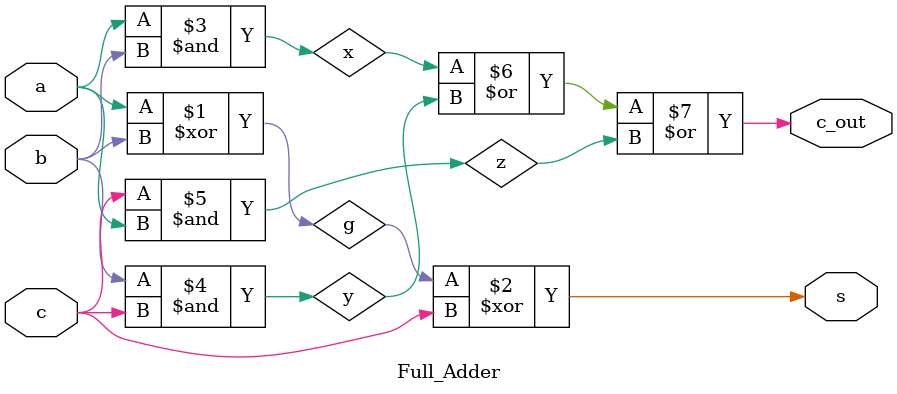
<source format=v>
module Full_Adder(
  output s,c_out,
  input a, b, c);
  wire g, x, y, z;

  xor(g, a, b);
  xor(s, g, c);
  and(x, a, b);
  and(y, b, c);       
  and(z, c, a);        
  or(c_out, x, y, z);
 
endmodule
    
   
   
  

</source>
